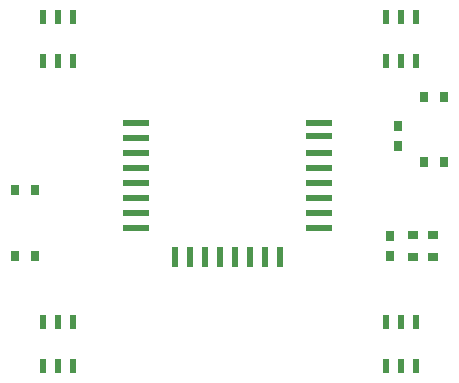
<source format=gbr>
G04 DipTrace 3.2.0.1*
G04 TopPaste.gbr*
%MOMM*%
G04 #@! TF.FileFunction,Paste,Top*
G04 #@! TF.Part,Single*
%ADD44R,0.75X0.9*%
%ADD46R,0.55X1.3*%
%ADD48R,2.3X0.5*%
%ADD50R,0.5X1.8*%
%ADD52R,0.9X0.8*%
%ADD56R,0.8X0.9*%
%FSLAX35Y35*%
G04*
G71*
G90*
G75*
G01*
G04 TopPaste*
%LPD*%
D56*
X1425000Y79000D3*
Y249000D3*
X1358000Y-852000D3*
Y-682000D3*
D52*
X1723000Y-675000D3*
X1553000D3*
X1726000Y-862000D3*
X1556000D3*
D50*
X-460000Y-865000D3*
X-333000D3*
X-206000D3*
X-79000D3*
X48000D3*
X175000D3*
X302000D3*
X429000D3*
D48*
X759000Y-615000D3*
Y-488000D3*
Y-361000D3*
Y-234000D3*
Y-107000D3*
Y20000D3*
Y158000D3*
Y274000D3*
X-791000Y-615000D3*
Y-488000D3*
Y-361000D3*
Y-234000D3*
Y-107000D3*
Y20000D3*
Y147000D3*
Y271000D3*
D46*
X-1323000Y791500D3*
X-1450000D3*
X-1577000D3*
X-1323000Y1168500D3*
X-1450000D3*
X-1577000D3*
X1577000Y791500D3*
X1450000D3*
X1323000D3*
X1577000Y1168500D3*
X1450000D3*
X1323000D3*
D44*
X1646000Y-62000D3*
X1816000D3*
X1646000Y493000D3*
X1816000D3*
X-1811000Y-852000D3*
X-1641000D3*
X-1811000Y-297000D3*
X-1641000D3*
D46*
X-1323000Y-1788500D3*
X-1450000D3*
X-1577000D3*
X-1323000Y-1411500D3*
X-1450000D3*
X-1577000D3*
X1577000Y-1788500D3*
X1450000D3*
X1323000D3*
X1577000Y-1411500D3*
X1450000D3*
X1323000D3*
M02*

</source>
